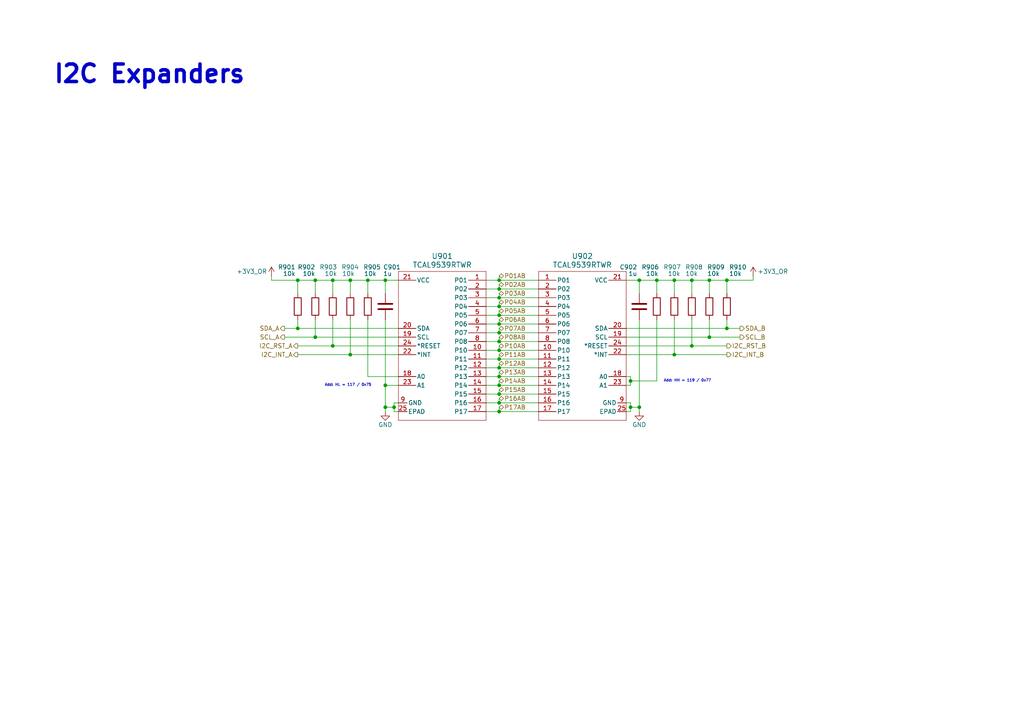
<source format=kicad_sch>
(kicad_sch (version 20231120) (generator "eeschema") (generator_version "8.0")
  (paper "A4")
  (title_block (title "bac EPS v1") (date "2024-09-30") (rev "1") (company "Build a CubeSat") (comment 1 "Manuel Imboden") (comment 2 "CC BY-SA 4.0") (comment 3 "https://buildacubesat.space"))
  (lib_symbols
    (symbol "Device:C" (pin_numbers hide) (pin_names (offset 0.254))
      (property "Reference" "C" (at 0.635 2.54 0))
      (property "Value" "C" (at 0.635 -2.54 0))
      (symbol "C_0_1"
        (polyline (pts (xy -2.032 -0.762) (xy 2.032 -0.762)) (stroke (width 0.508)))
        (polyline (pts (xy -2.032 0.762) (xy 2.032 0.762)) (stroke (width 0.508)))
      )
      (symbol "C_1_1"
        (pin passive line (at 0 3.81 270) (length 2.794) (name "~") (number "1"))
        (pin passive line (at 0 -3.81 90) (length 2.794) (name "~") (number "2"))
      )
    )
    (symbol "Device:R" (pin_numbers hide) (pin_names (offset 0))
      (property "Reference" "R" (at 2.032 0 90))
      (property "Value" "R" (at 0 0 90))
      (symbol "R_0_1"
        (rectangle (start -1.016 -2.54) (end 1.016 2.54) (stroke (width 0.254)))
      )
      (symbol "R_1_1"
        (pin passive line (at 0 3.81 270) (length 1.27) (name "~") (number "1"))
        (pin passive line (at 0 -3.81 90) (length 1.27) (name "~") (number "2"))
      )
    )
    (symbol "bac EPS v1:+3V3_OR" (power) (pin_numbers hide) (pin_names (offset 0) hide)
      (property "Value" "+3V3_OR" (at -5.334 1.016 0))
      (symbol "+3V3_OR_0_1"
        (polyline (pts (xy -0.762 1.27) (xy 0 2.54)))
        (polyline (pts (xy 0 0) (xy 0 2.54)))
        (polyline (pts (xy 0 2.54) (xy 0.762 1.27)))
      )
      (symbol "+3V3_OR_1_1"
        (pin power_in line (at 0 0 90) (length 0) (name "~") (number "1"))
      )
    )
    (symbol "bac EPS v1:TI TCAL9539RTWR" (pin_names (offset 0.254))
      (property "Reference" "U" (at 0 25.4 0))
      (property "Value" "TI TCAL9539RTWR" (at 0 22.86 0))
      (symbol "TI TCAL9539RTWR_0_1"
        (polyline (pts (xy -12.7 -22.86) (xy 12.7 -22.86)) (stroke (width 0.127)))
        (polyline (pts (xy -12.7 20.32) (xy -12.7 -22.86)) (stroke (width 0.127)))
        (polyline (pts (xy 12.7 -22.86) (xy 12.7 20.32)) (stroke (width 0.127)))
        (polyline (pts (xy 12.7 20.32) (xy -12.7 20.32)) (stroke (width 0.127)))
        (pin bidirectional line (at -12.7 -2.54 0) (length 5.08) (name "P10") (number "10"))
        (pin bidirectional line (at -12.7 -5.08 0) (length 5.08) (name "P11") (number "11"))
        (pin bidirectional line (at -12.7 -7.62 0) (length 5.08) (name "P12") (number "12"))
        (pin bidirectional line (at -12.7 -10.16 0) (length 5.08) (name "P13") (number "13"))
        (pin bidirectional line (at -12.7 -12.7 0) (length 5.08) (name "P14") (number "14"))
        (pin bidirectional line (at -12.7 -15.24 0) (length 5.08) (name "P15") (number "15"))
        (pin bidirectional line (at -12.7 -17.78 0) (length 5.08) (name "P16") (number "16"))
        (pin bidirectional line (at -12.7 -20.32 0) (length 5.08) (name "P17") (number "17"))
        (pin input line (at 12.7 -10.16 180) (length 5.08) (name "A0") (number "18"))
        (pin input line (at 12.7 1.27 180) (length 5.08) (name "SCL") (number "19"))
        (pin bidirectional line (at 12.7 3.81 180) (length 5.08) (name "SDA") (number "20"))
        (pin power_in line (at 12.7 17.78 180) (length 5.08) (name "VCC") (number "21"))
        (pin output line (at 12.7 -3.81 180) (length 5.08) (name "*INT") (number "22"))
        (pin input line (at 12.7 -12.7 180) (length 5.08) (name "A1") (number "23"))
        (pin input line (at 12.7 -1.27 180) (length 5.08) (name "*RESET") (number "24"))
        (pin power_in line (at 12.7 -20.32 180) (length 2.54) (name "EPAD") (number "25"))
        (pin power_in line (at 12.7 -17.78 180) (length 2.54) (name "GND") (number "9"))
      )
      (symbol "TI TCAL9539RTWR_1_1"
        (pin bidirectional line (at -12.7 17.78 0) (length 5.08) (name "P01") (number "1"))
        (pin bidirectional line (at -12.7 15.24 0) (length 5.08) (name "P02") (number "2"))
        (pin bidirectional line (at -12.7 12.7 0) (length 5.08) (name "P03") (number "3"))
        (pin bidirectional line (at -12.7 10.16 0) (length 5.08) (name "P04") (number "4"))
        (pin bidirectional line (at -12.7 7.62 0) (length 5.08) (name "P05") (number "5"))
        (pin bidirectional line (at -12.7 5.08 0) (length 5.08) (name "P06") (number "6"))
        (pin bidirectional line (at -12.7 2.54 0) (length 5.08) (name "P07") (number "7"))
        (pin bidirectional line (at -12.7 0 0) (length 5.08) (name "P08") (number "8"))
      )
    )
    (symbol "power:GND" (power) (pin_numbers hide) (pin_names (offset 0) hide)
      (property "Value" "GND" (at 0 -3.81 0))
      (symbol "GND_0_1"
        (polyline (pts (xy 0 0) (xy 0 -1.27) (xy 1.27 -1.27) (xy 0 -2.54) (xy -1.27 -1.27) (xy 0 -1.27)))
      )
      (symbol "GND_1_1"
        (pin power_in line (at 0 0 270) (length 0) (name "~") (number "1"))
      )
    )
  )
  (junction (at 182.88 118.11))
  (junction (at 144.78 93.98))
  (junction (at 190.5 81.28))
  (junction (at 91.44 81.28))
  (junction (at 106.68 81.28))
  (junction (at 200.66 100.33))
  (junction (at 144.78 111.76))
  (junction (at 144.78 114.3))
  (junction (at 96.52 100.33))
  (junction (at 210.82 81.28))
  (junction (at 144.78 83.82))
  (junction (at 111.76 118.11))
  (junction (at 195.58 81.28))
  (junction (at 144.78 119.38))
  (junction (at 185.42 81.28))
  (junction (at 205.74 81.28))
  (junction (at 96.52 81.28))
  (junction (at 182.88 110.49))
  (junction (at 86.36 95.25))
  (junction (at 144.78 88.9))
  (junction (at 144.78 81.28))
  (junction (at 144.78 106.68))
  (junction (at 200.66 81.28))
  (junction (at 86.36 81.28))
  (junction (at 111.76 111.76))
  (junction (at 114.3 118.11))
  (junction (at 210.82 95.25))
  (junction (at 144.78 99.06))
  (junction (at 144.78 101.6))
  (junction (at 101.6 81.28))
  (junction (at 195.58 102.87))
  (junction (at 185.42 118.11))
  (junction (at 111.76 81.28))
  (junction (at 205.74 97.79))
  (junction (at 144.78 104.14))
  (junction (at 91.44 97.79))
  (junction (at 144.78 86.36))
  (junction (at 144.78 109.22))
  (junction (at 144.78 116.84))
  (junction (at 144.78 96.52))
  (junction (at 144.78 91.44))
  (junction (at 101.6 102.87))
  (wire (pts (xy 214.63 95.25) (xy 210.82 95.25)))
  (wire (pts (xy 144.78 107.95) (xy 144.78 109.22)))
  (wire (pts (xy 115.57 116.84) (xy 114.3 116.84)))
  (wire (pts (xy 91.44 97.79) (xy 115.57 97.79)))
  (wire (pts (xy 78.74 81.28) (xy 78.74 80.01)))
  (wire (pts (xy 86.36 92.71) (xy 86.36 95.25)))
  (wire (pts (xy 106.68 109.22) (xy 115.57 109.22)))
  (wire (pts (xy 111.76 111.76) (xy 111.76 118.11)))
  (wire (pts (xy 200.66 81.28) (xy 200.66 85.09)))
  (wire (pts (xy 106.68 92.71) (xy 106.68 109.22)))
  (wire (pts (xy 111.76 81.28) (xy 115.57 81.28)))
  (wire (pts (xy 106.68 81.28) (xy 111.76 81.28)))
  (wire (pts (xy 101.6 81.28) (xy 106.68 81.28)))
  (wire (pts (xy 140.97 111.76) (xy 144.78 111.76)))
  (wire (pts (xy 182.88 110.49) (xy 182.88 111.76)))
  (wire (pts (xy 101.6 102.87) (xy 86.36 102.87)))
  (wire (pts (xy 114.3 116.84) (xy 114.3 118.11)))
  (wire (pts (xy 182.88 116.84) (xy 182.88 118.11)))
  (wire (pts (xy 200.66 81.28) (xy 205.74 81.28)))
  (wire (pts (xy 144.78 102.87) (xy 144.78 104.14)))
  (wire (pts (xy 140.97 106.68) (xy 144.78 106.68)))
  (wire (pts (xy 144.78 119.38) (xy 156.21 119.38)))
  (wire (pts (xy 144.78 106.68) (xy 156.21 106.68)))
  (wire (pts (xy 144.78 115.57) (xy 144.78 116.84)))
  (wire (pts (xy 144.78 93.98) (xy 156.21 93.98)))
  (wire (pts (xy 140.97 104.14) (xy 144.78 104.14)))
  (wire (pts (xy 144.78 114.3) (xy 156.21 114.3)))
  (wire (pts (xy 140.97 101.6) (xy 144.78 101.6)))
  (wire (pts (xy 144.78 97.79) (xy 144.78 99.06)))
  (wire (pts (xy 144.78 109.22) (xy 156.21 109.22)))
  (wire (pts (xy 181.61 97.79) (xy 205.74 97.79)))
  (wire (pts (xy 181.61 116.84) (xy 182.88 116.84)))
  (wire (pts (xy 205.74 97.79) (xy 214.63 97.79)))
  (wire (pts (xy 111.76 118.11) (xy 114.3 118.11)))
  (wire (pts (xy 144.78 105.41) (xy 144.78 106.68)))
  (wire (pts (xy 111.76 118.11) (xy 111.76 119.38)))
  (wire (pts (xy 140.97 88.9) (xy 144.78 88.9)))
  (wire (pts (xy 82.55 95.25) (xy 86.36 95.25)))
  (wire (pts (xy 218.44 80.01) (xy 218.44 81.28)))
  (wire (pts (xy 114.3 119.38) (xy 115.57 119.38)))
  (wire (pts (xy 182.88 110.49) (xy 190.5 110.49)))
  (wire (pts (xy 195.58 92.71) (xy 195.58 102.87)))
  (wire (pts (xy 195.58 102.87) (xy 210.82 102.87)))
  (wire (pts (xy 86.36 81.28) (xy 91.44 81.28)))
  (wire (pts (xy 144.78 85.09) (xy 144.78 86.36)))
  (wire (pts (xy 86.36 95.25) (xy 115.57 95.25)))
  (wire (pts (xy 181.61 95.25) (xy 210.82 95.25)))
  (wire (pts (xy 210.82 92.71) (xy 210.82 95.25)))
  (wire (pts (xy 144.78 81.28) (xy 156.21 81.28)))
  (wire (pts (xy 96.52 92.71) (xy 96.52 100.33)))
  (wire (pts (xy 78.74 81.28) (xy 86.36 81.28)))
  (wire (pts (xy 144.78 110.49) (xy 144.78 111.76)))
  (wire (pts (xy 144.78 101.6) (xy 156.21 101.6)))
  (wire (pts (xy 182.88 109.22) (xy 182.88 110.49)))
  (wire (pts (xy 140.97 119.38) (xy 144.78 119.38)))
  (wire (pts (xy 140.97 86.36) (xy 144.78 86.36)))
  (wire (pts (xy 140.97 99.06) (xy 144.78 99.06)))
  (wire (pts (xy 144.78 83.82) (xy 156.21 83.82)))
  (wire (pts (xy 190.5 92.71) (xy 190.5 110.49)))
  (wire (pts (xy 185.42 92.71) (xy 185.42 118.11)))
  (wire (pts (xy 106.68 81.28) (xy 106.68 85.09)))
  (wire (pts (xy 86.36 81.28) (xy 86.36 85.09)))
  (wire (pts (xy 210.82 81.28) (xy 218.44 81.28)))
  (wire (pts (xy 182.88 119.38) (xy 181.61 119.38)))
  (wire (pts (xy 210.82 81.28) (xy 210.82 85.09)))
  (wire (pts (xy 181.61 100.33) (xy 200.66 100.33)))
  (wire (pts (xy 182.88 118.11) (xy 185.42 118.11)))
  (wire (pts (xy 144.78 88.9) (xy 156.21 88.9)))
  (wire (pts (xy 185.42 81.28) (xy 185.42 85.09)))
  (wire (pts (xy 195.58 81.28) (xy 195.58 85.09)))
  (wire (pts (xy 140.97 81.28) (xy 144.78 81.28)))
  (wire (pts (xy 144.78 91.44) (xy 156.21 91.44)))
  (wire (pts (xy 101.6 102.87) (xy 115.57 102.87)))
  (wire (pts (xy 91.44 92.71) (xy 91.44 97.79)))
  (wire (pts (xy 96.52 81.28) (xy 96.52 85.09)))
  (wire (pts (xy 144.78 99.06) (xy 156.21 99.06)))
  (wire (pts (xy 140.97 96.52) (xy 144.78 96.52)))
  (wire (pts (xy 144.78 96.52) (xy 156.21 96.52)))
  (wire (pts (xy 91.44 81.28) (xy 91.44 85.09)))
  (wire (pts (xy 144.78 113.03) (xy 144.78 114.3)))
  (wire (pts (xy 96.52 81.28) (xy 101.6 81.28)))
  (wire (pts (xy 96.52 100.33) (xy 86.36 100.33)))
  (wire (pts (xy 205.74 81.28) (xy 210.82 81.28)))
  (wire (pts (xy 140.97 93.98) (xy 144.78 93.98)))
  (wire (pts (xy 182.88 118.11) (xy 182.88 119.38)))
  (wire (pts (xy 144.78 104.14) (xy 156.21 104.14)))
  (wire (pts (xy 144.78 118.11) (xy 144.78 119.38)))
  (wire (pts (xy 96.52 100.33) (xy 115.57 100.33)))
  (wire (pts (xy 101.6 92.71) (xy 101.6 102.87)))
  (wire (pts (xy 101.6 81.28) (xy 101.6 85.09)))
  (wire (pts (xy 114.3 118.11) (xy 114.3 119.38)))
  (wire (pts (xy 144.78 90.17) (xy 144.78 91.44)))
  (wire (pts (xy 144.78 92.71) (xy 144.78 93.98)))
  (wire (pts (xy 181.61 109.22) (xy 182.88 109.22)))
  (wire (pts (xy 140.97 109.22) (xy 144.78 109.22)))
  (wire (pts (xy 144.78 82.55) (xy 144.78 83.82)))
  (wire (pts (xy 205.74 81.28) (xy 205.74 85.09)))
  (wire (pts (xy 140.97 116.84) (xy 144.78 116.84)))
  (wire (pts (xy 181.61 102.87) (xy 195.58 102.87)))
  (wire (pts (xy 144.78 116.84) (xy 156.21 116.84)))
  (wire (pts (xy 144.78 80.01) (xy 144.78 81.28)))
  (wire (pts (xy 144.78 86.36) (xy 156.21 86.36)))
  (wire (pts (xy 91.44 97.79) (xy 82.55 97.79)))
  (wire (pts (xy 144.78 95.25) (xy 144.78 96.52)))
  (wire (pts (xy 181.61 111.76) (xy 182.88 111.76)))
  (wire (pts (xy 140.97 91.44) (xy 144.78 91.44)))
  (wire (pts (xy 91.44 81.28) (xy 96.52 81.28)))
  (wire (pts (xy 111.76 92.71) (xy 111.76 111.76)))
  (wire (pts (xy 144.78 87.63) (xy 144.78 88.9)))
  (wire (pts (xy 185.42 81.28) (xy 181.61 81.28)))
  (wire (pts (xy 144.78 100.33) (xy 144.78 101.6)))
  (wire (pts (xy 185.42 118.11) (xy 185.42 119.38)))
  (wire (pts (xy 140.97 114.3) (xy 144.78 114.3)))
  (wire (pts (xy 190.5 81.28) (xy 185.42 81.28)))
  (wire (pts (xy 200.66 100.33) (xy 210.82 100.33)))
  (wire (pts (xy 200.66 92.71) (xy 200.66 100.33)))
  (wire (pts (xy 144.78 111.76) (xy 156.21 111.76)))
  (wire (pts (xy 111.76 111.76) (xy 115.57 111.76)))
  (wire (pts (xy 111.76 81.28) (xy 111.76 85.09)))
  (wire (pts (xy 140.97 83.82) (xy 144.78 83.82)))
  (wire (pts (xy 190.5 81.28) (xy 195.58 81.28)))
  (wire (pts (xy 190.5 81.28) (xy 190.5 85.09)))
  (wire (pts (xy 205.74 92.71) (xy 205.74 97.79)))
  (wire (pts (xy 195.58 81.28) (xy 200.66 81.28)))
  (text "Add: HL = 117 / 0x75" (at 100.965 111.76 0) (effects (font (size 0.762 0.762))))
  (text "I2C Expanders" (at 15.24 21.59 0) (effects (font (size 5.08 5.08) (thickness 1.016) (bold yes)) (justify left)))
  (text "Add: HH = 119 / 0x77" (at 199.39 110.49 0) (effects (font (size 0.762 0.762))))
  (hierarchical_label "P14AB" (shape bidirectional) (at 144.78 110.49 0))
  (hierarchical_label "SDA_A" (shape output) (at 82.55 95.25 180))
  (hierarchical_label "P11AB" (shape bidirectional) (at 144.78 102.87 0))
  (hierarchical_label "P17AB" (shape bidirectional) (at 144.78 118.11 0))
  (hierarchical_label "P03AB" (shape bidirectional) (at 144.78 85.09 0))
  (hierarchical_label "P04AB" (shape bidirectional) (at 144.78 87.63 0))
  (hierarchical_label "P01AB" (shape bidirectional) (at 144.78 80.01 0))
  (hierarchical_label "P10AB" (shape bidirectional) (at 144.78 100.33 0))
  (hierarchical_label "SCL_B" (shape output) (at 214.63 97.79 0))
  (hierarchical_label "P06AB" (shape bidirectional) (at 144.78 92.71 0))
  (hierarchical_label "P05AB" (shape bidirectional) (at 144.78 90.17 0))
  (hierarchical_label "I2C_RST_B" (shape output) (at 210.82 100.33 0))
  (hierarchical_label "SCL_A" (shape output) (at 82.55 97.79 180))
  (hierarchical_label "P16AB" (shape bidirectional) (at 144.78 115.57 0))
  (hierarchical_label "P08AB" (shape bidirectional) (at 144.78 97.79 0))
  (hierarchical_label "P02AB" (shape bidirectional) (at 144.78 82.55 0))
  (hierarchical_label "P13AB" (shape bidirectional) (at 144.78 107.95 0))
  (hierarchical_label "I2C_RST_A" (shape output) (at 86.36 100.33 180))
  (hierarchical_label "I2C_INT_B" (shape output) (at 210.82 102.87 0))
  (hierarchical_label "SDA_B" (shape output) (at 214.63 95.25 0))
  (hierarchical_label "I2C_INT_A" (shape output) (at 86.36 102.87 180))
  (hierarchical_label "P07AB" (shape bidirectional) (at 144.78 95.25 0))
  (hierarchical_label "P12AB" (shape bidirectional) (at 144.78 105.41 0))
  (hierarchical_label "P15AB" (shape bidirectional) (at 144.78 113.03 0))
  (symbol (lib_id "Device:R") (at 86.36 88.9 0) (mirror y) (unit 1)
    (property "Reference" "R901" (at 85.725 77.47 0) (effects (justify left)))
    (property "Value" "10k" (at 85.725 79.375 0) (effects (justify left)))
    (property "Footprint" "Resistor_SMD:R_0603_1608Metric" (effects (hide yes)))
    (property "Description" "Resistor" (effects (hide yes)))
    (property "Package" "0603" (effects (hide yes)))
    (property "Tolerance" "5%" (effects (hide yes)))
    (property "Series" "E24" (effects (hide yes)))
  )
  (symbol (lib_id "Device:R") (at 205.74 88.9 0) (unit 1)
    (property "Reference" "R909" (at 205.105 77.47 0) (effects (justify left)))
    (property "Value" "10k" (at 205.105 79.375 0) (effects (justify left)))
    (property "Footprint" "Resistor_SMD:R_0603_1608Metric" (effects (hide yes)))
    (property "Description" "Resistor" (effects (hide yes)))
    (property "Package" "0603" (effects (hide yes)))
    (property "Tolerance" "5%" (effects (hide yes)))
    (property "Series" "E24" (effects (hide yes)))
  )
  (symbol (lib_id "bac EPS v1:TI TCAL9539RTWR") (at 168.91 99.06 0) (unit 1)
    (property "Reference" "U902" (at 168.91 74.295 0) (effects (font (size 1.524 1.524))))
    (property "Value" "TCAL9539RTWR" (at 168.91 76.835 0) (effects (font (size 1.524 1.524))))
    (property "Footprint" "bac EPS v1:TI-TCAL9539RTWR" (effects (hide yes)))
    (property "Datasheet" "https://www.ti.com/lit/ds/symlink/tcal9539.pdf" (effects (hide yes)))
    (property "Description" "Low-Voltage 16-Bit I2C-Bus, SMBus I/O Expander with Interrupt Output, Reset, and Configuration Registers" (effects (hide yes)))
  )
  (symbol (lib_id "Device:R") (at 91.44 88.9 0) (mirror y) (unit 1)
    (property "Reference" "R902" (at 91.44 77.47 0) (effects (justify left)))
    (property "Value" "10k" (at 91.44 79.375 0) (effects (justify left)))
    (property "Footprint" "Resistor_SMD:R_0603_1608Metric" (effects (hide yes)))
    (property "Description" "Resistor" (effects (hide yes)))
    (property "Package" "0603" (effects (hide yes)))
    (property "Tolerance" "5%" (effects (hide yes)))
    (property "Series" "E24" (effects (hide yes)))
  )
  (symbol (lib_id "Device:R") (at 195.58 88.9 0) (unit 1)
    (property "Reference" "R907" (at 192.405 77.47 0) (effects (justify left)))
    (property "Value" "10k" (at 193.675 79.375 0) (effects (justify left)))
    (property "Footprint" "Resistor_SMD:R_0603_1608Metric" (effects (hide yes)))
    (property "Description" "Resistor" (effects (hide yes)))
    (property "Package" "0603" (effects (hide yes)))
    (property "Tolerance" "5%" (effects (hide yes)))
    (property "Series" "E24" (effects (hide yes)))
  )
  (symbol (lib_id "Device:R") (at 210.82 88.9 0) (unit 1)
    (property "Reference" "R910" (at 211.455 77.47 0) (effects (justify left)))
    (property "Value" "10k" (at 211.455 79.375 0) (effects (justify left)))
    (property "Footprint" "Resistor_SMD:R_0603_1608Metric" (effects (hide yes)))
    (property "Description" "Resistor" (effects (hide yes)))
    (property "Package" "0603" (effects (hide yes)))
    (property "Tolerance" "5%" (effects (hide yes)))
    (property "Series" "E24" (effects (hide yes)))
  )
  (symbol (lib_id "Device:C") (at 111.76 88.9 180) (unit 1)
    (property "Reference" "C901" (at 111.125 77.47 0) (effects (justify right)))
    (property "Value" "1u" (at 111.125 79.375 0) (effects (justify right)))
    (property "Footprint" "Capacitor_SMD:C_0603_1608Metric" (effects (hide yes)))
    (property "Description" "Unpolarized capacitor" (effects (hide yes)))
    (property "Package" "0603" (effects (hide yes)))
    (property "Temperature Coefficient" "X7R" (effects (hide yes)))
    (property "Tolerance" "10%" (effects (hide yes)))
    (property "Rated Voltage" "35V" (effects (hide yes)))
  )
  (symbol (lib_id "bac EPS v1:+3V3_OR") (at 218.44 80.01 0) (mirror y) (unit 1)
    (property "Reference" "#PWR0904" (effects (hide yes)))
    (property "Value" "+3V3_OR" (at 224.155 78.74 0))
    (property "Description" "Power symbol creates a global label with name \"+3V3\"" (effects (hide yes)))
  )
  (symbol (lib_id "bac EPS v1:TI TCAL9539RTWR") (at 128.27 99.06 0) (mirror y) (unit 1)
    (property "Reference" "U901" (at 128.27 74.295 0) (effects (font (size 1.524 1.524))))
    (property "Value" "TCAL9539RTWR" (at 128.27 76.835 0) (effects (font (size 1.524 1.524))))
    (property "Footprint" "bac EPS v1:TI-TCAL9539RTWR" (effects (hide yes)))
    (property "Datasheet" "https://www.ti.com/lit/ds/symlink/tcal9539.pdf" (effects (hide yes)))
    (property "Description" "Low-Voltage 16-Bit I2C-Bus, SMBus I/O Expander with Interrupt Output, Reset, and Configuration Registers" (effects (hide yes)))
  )
  (symbol (lib_id "power:GND") (at 185.42 119.38 0) (unit 1)
    (property "Reference" "#PWR0902" (effects (hide yes)))
    (property "Value" "GND" (at 185.42 123.19 0))
    (property "Description" "Power symbol creates a global label with name \"GND\" , ground" (effects (hide yes)))
  )
  (symbol (lib_id "Device:R") (at 101.6 88.9 0) (mirror y) (unit 1)
    (property "Reference" "R904" (at 104.14 77.47 0) (effects (justify left)))
    (property "Value" "10k" (at 102.87 79.375 0) (effects (justify left)))
    (property "Footprint" "Resistor_SMD:R_0603_1608Metric" (effects (hide yes)))
    (property "Description" "Resistor" (effects (hide yes)))
    (property "Package" "0603" (effects (hide yes)))
    (property "Tolerance" "5%" (effects (hide yes)))
    (property "Series" "E24" (effects (hide yes)))
  )
  (symbol (lib_id "bac EPS v1:+3V3_OR") (at 78.74 80.01 0) (unit 1)
    (property "Reference" "#PWR0903" (effects (hide yes)))
    (property "Value" "+3V3_OR" (at 73.025 78.74 0))
    (property "Description" "Power symbol creates a global label with name \"+3V3\"" (effects (hide yes)))
  )
  (symbol (lib_id "Device:R") (at 190.5 88.9 0) (unit 1)
    (property "Reference" "R906" (at 186.055 77.47 0) (effects (justify left)))
    (property "Value" "10k" (at 187.325 79.375 0) (effects (justify left)))
    (property "Footprint" "Resistor_SMD:R_0603_1608Metric" (effects (hide yes)))
    (property "Description" "Resistor" (effects (hide yes)))
    (property "Package" "0603" (effects (hide yes)))
    (property "Tolerance" "5%" (effects (hide yes)))
    (property "Series" "E24" (effects (hide yes)))
  )
  (symbol (lib_id "Device:R") (at 106.68 88.9 0) (mirror y) (unit 1)
    (property "Reference" "R905" (at 110.49 77.47 0) (effects (justify left)))
    (property "Value" "10k" (at 109.22 79.375 0) (effects (justify left)))
    (property "Footprint" "Resistor_SMD:R_0603_1608Metric" (effects (hide yes)))
    (property "Description" "Resistor" (effects (hide yes)))
    (property "Package" "0603" (effects (hide yes)))
    (property "Tolerance" "5%" (effects (hide yes)))
    (property "Series" "E24" (effects (hide yes)))
  )
  (symbol (lib_id "Device:C") (at 185.42 88.9 180) (unit 1)
    (property "Reference" "C902" (at 179.705 77.47 0) (effects (justify right)))
    (property "Value" "1u" (at 182.245 79.375 0) (effects (justify right)))
    (property "Footprint" "Capacitor_SMD:C_0603_1608Metric" (effects (hide yes)))
    (property "Description" "Unpolarized capacitor" (effects (hide yes)))
    (property "Package" "0603" (effects (hide yes)))
    (property "Temperature Coefficient" "X7R" (effects (hide yes)))
    (property "Tolerance" "10%" (effects (hide yes)))
    (property "Rated Voltage" "35V" (effects (hide yes)))
  )
  (symbol (lib_id "power:GND") (at 111.76 119.38 0) (mirror y) (unit 1)
    (property "Reference" "#PWR0901" (effects (hide yes)))
    (property "Value" "GND" (at 111.76 123.19 0))
    (property "Description" "Power symbol creates a global label with name \"GND\" , ground" (effects (hide yes)))
  )
  (symbol (lib_id "Device:R") (at 96.52 88.9 0) (mirror y) (unit 1)
    (property "Reference" "R903" (at 97.79 77.47 0) (effects (justify left)))
    (property "Value" "10k" (at 97.79 79.375 0) (effects (justify left)))
    (property "Footprint" "Resistor_SMD:R_0603_1608Metric" (effects (hide yes)))
    (property "Description" "Resistor" (effects (hide yes)))
    (property "Package" "0603" (effects (hide yes)))
    (property "Tolerance" "5%" (effects (hide yes)))
    (property "Series" "E24" (effects (hide yes)))
  )
  (symbol (lib_id "Device:R") (at 200.66 88.9 0) (unit 1)
    (property "Reference" "R908" (at 198.755 77.47 0) (effects (justify left)))
    (property "Value" "10k" (at 198.755 79.375 0) (effects (justify left)))
    (property "Footprint" "Resistor_SMD:R_0603_1608Metric" (effects (hide yes)))
    (property "Description" "Resistor" (effects (hide yes)))
    (property "Package" "0603" (effects (hide yes)))
    (property "Tolerance" "5%" (effects (hide yes)))
    (property "Series" "E24" (effects (hide yes)))
  )
)
</source>
